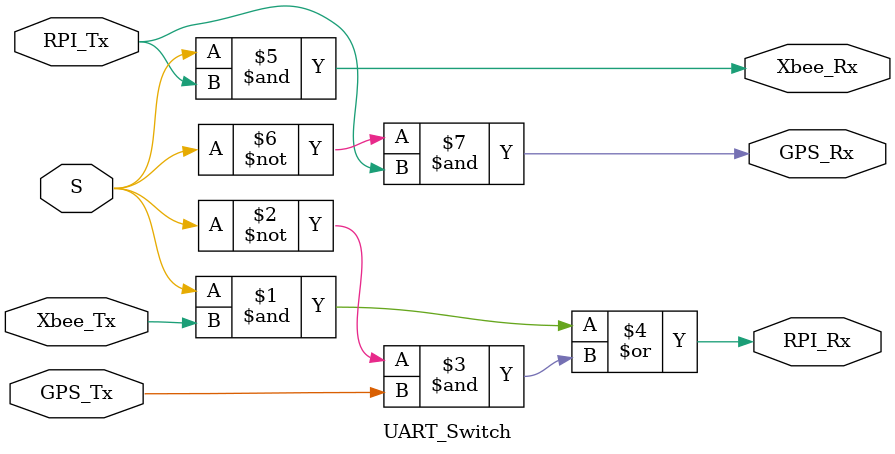
<source format=v>
module UART_Switch(
		S, 
		RPI_Tx,
		RPI_Rx,
		Xbee_Tx,
		Xbee_Rx,
		GPS_Tx,
		GPS_Rx
				);
	
	// All Tx's are inputs.....
	input [0:0] RPI_Tx, 	Xbee_Tx, GPS_Tx;
	// Connect these outputs to these pins....
	output [0:0] RPI_Rx, Xbee_Rx, GPS_Rx;
	input [0:0] S;
	
	assign  RPI_Rx = ( S & Xbee_Tx) | ( ~S & GPS_Tx);
	assign Xbee_Rx = ( S & RPI_Tx); // RPI_Tx or 0 based on S
	assign GPS_Rx = ( ~S & RPI_Tx); // RPI_Tx or 0 based on S
				

endmodule

</source>
